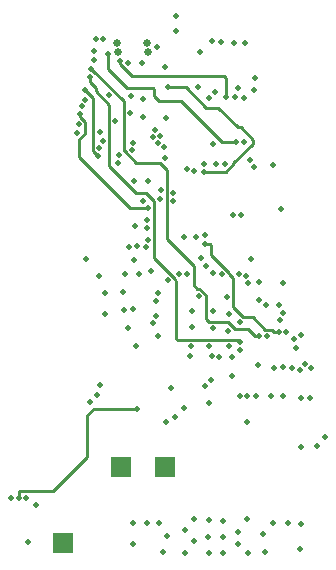
<source format=gbr>
G04 #@! TF.GenerationSoftware,KiCad,Pcbnew,(6.0.4)*
G04 #@! TF.CreationDate,2022-07-14T10:50:46-04:00*
G04 #@! TF.ProjectId,ratkit_design,7261746b-6974-45f6-9465-7369676e2e6b,RatKit2022_proA*
G04 #@! TF.SameCoordinates,PX41672a0PY65bcec0*
G04 #@! TF.FileFunction,Copper,L8,Inr*
G04 #@! TF.FilePolarity,Positive*
%FSLAX46Y46*%
G04 Gerber Fmt 4.6, Leading zero omitted, Abs format (unit mm)*
G04 Created by KiCad (PCBNEW (6.0.4)) date 2022-07-14 10:50:46*
%MOMM*%
%LPD*%
G01*
G04 APERTURE LIST*
G04 #@! TA.AperFunction,ComponentPad*
%ADD10R,1.700000X1.700000*%
G04 #@! TD*
G04 #@! TA.AperFunction,ViaPad*
%ADD11C,0.508000*%
G04 #@! TD*
G04 #@! TA.AperFunction,ViaPad*
%ADD12C,0.660400*%
G04 #@! TD*
G04 #@! TA.AperFunction,Conductor*
%ADD13C,0.254000*%
G04 #@! TD*
G04 APERTURE END LIST*
D10*
G04 #@! TO.N,GND*
G04 #@! TO.C,J102*
X12344400Y6502400D03*
G04 #@! TD*
G04 #@! TO.N,V_Pot*
G04 #@! TO.C,J103*
X20955000Y12954000D03*
G04 #@! TD*
G04 #@! TO.N,V_Blue*
G04 #@! TO.C,J101*
X17272000Y12954000D03*
G04 #@! TD*
D11*
G04 #@! TO.N,GND*
X27635200Y40436800D03*
X18288000Y8229600D03*
X21158200Y7086600D03*
X20574000Y35636200D03*
X27965400Y28473400D03*
X32791400Y21691600D03*
X18288000Y6375400D03*
X26720800Y34290000D03*
X16179800Y44424600D03*
X32410400Y21183600D03*
X24688800Y23139400D03*
X29591000Y24028400D03*
X20345400Y24028400D03*
X26797000Y48869600D03*
X18237200Y26314400D03*
X15367000Y29133800D03*
D12*
X16916400Y48818800D03*
D11*
X30124400Y8178800D03*
X26187400Y27355800D03*
X26877582Y44290818D03*
X30226000Y21336000D03*
X19075400Y42570400D03*
X25019000Y26162000D03*
D12*
X19481800Y48031400D03*
D11*
X23749000Y45135800D03*
X21869400Y49809400D03*
X27305000Y22809200D03*
X29438600Y5740400D03*
X15113000Y49149000D03*
D12*
X16941800Y48031400D03*
D11*
X19405600Y8229600D03*
X15494000Y19837400D03*
X19075400Y44069000D03*
X17932400Y31546800D03*
X29235400Y7239000D03*
X23190200Y23139400D03*
X21488900Y19583900D03*
X23113011Y22301200D03*
X17830800Y24662900D03*
X33248600Y18745200D03*
X20370800Y40360600D03*
X13944600Y43459400D03*
X24409400Y29946600D03*
X19100800Y35458400D03*
X27305000Y18973800D03*
X28498800Y38354000D03*
X32410400Y5969000D03*
X24688800Y18364200D03*
X26365200Y25908000D03*
X15875500Y27660600D03*
X20878800Y40030400D03*
X30937200Y25984200D03*
X23926800Y48031400D03*
X17018000Y38709600D03*
X22580600Y32433035D03*
X21082000Y42494200D03*
X28702000Y18923000D03*
D12*
X19456400Y48844200D03*
D11*
X27101800Y45059600D03*
X20624800Y36398200D03*
X18770600Y29238600D03*
X15392400Y39903400D03*
X24917400Y48996600D03*
X14300200Y30505400D03*
X32435800Y24104600D03*
X20802600Y5715000D03*
X31242000Y24358600D03*
X16738600Y42265600D03*
X14935200Y48183800D03*
X31750000Y21336000D03*
X17957800Y42900600D03*
X25019000Y24663400D03*
X18161000Y39751000D03*
X25171400Y44653200D03*
X22787057Y38154057D03*
X13487400Y41198800D03*
X20472400Y8204200D03*
X23241000Y26162000D03*
X19380200Y31521400D03*
X21869400Y51104800D03*
X9220200Y10287000D03*
X27813000Y29083000D03*
X9398000Y6604000D03*
X24231600Y38582600D03*
X28956000Y27071700D03*
X24384000Y19786600D03*
X24673541Y44135069D03*
X32486600Y18745200D03*
X20929600Y46786800D03*
X15875000Y25857200D03*
X24003000Y30657800D03*
X20574000Y40995600D03*
X18059400Y44323000D03*
X26604885Y20616182D03*
X32054800Y22987000D03*
X31387212Y8173427D03*
X20980400Y39090600D03*
X26593800Y22225000D03*
X19431000Y33172400D03*
X28829000Y21590000D03*
X19939000Y25095200D03*
X26263600Y24485600D03*
X18364200Y37109400D03*
X14579600Y18465800D03*
X20269200Y48488600D03*
X32461200Y8128000D03*
X7924800Y10287000D03*
X25273000Y38582600D03*
X26390600Y23139400D03*
X23241000Y24790400D03*
G04 #@! TO.N,/RatKit_Main/uRSTN*
X19939000Y40843200D03*
X8585200Y10287000D03*
X18618200Y17881600D03*
X18555145Y31668379D03*
G04 #@! TO.N,V_Blue*
X15417800Y41325800D03*
X27609800Y44195502D03*
X17805400Y47142400D03*
X25908000Y7035800D03*
X30810200Y34798000D03*
X25908000Y5613400D03*
X25730200Y48920400D03*
X19050000Y47117000D03*
X24612600Y7035800D03*
X25044400Y40259000D03*
X23444200Y38023800D03*
X21641383Y36163643D03*
X28524200Y44831000D03*
X19507200Y37160200D03*
X28549600Y45847000D03*
X10007600Y9677400D03*
X30073600Y38506400D03*
X24663400Y8407400D03*
X21666200Y35483800D03*
X24663400Y5613400D03*
X20116800Y41478200D03*
X25908000Y8382000D03*
X27736800Y48793400D03*
G04 #@! TO.N,pVbias_Cap*
X23799800Y27406600D03*
G04 #@! TO.N,V_Pot*
X20202443Y25730700D03*
X24815800Y20294600D03*
X17449800Y26212800D03*
X17576800Y29235400D03*
X22682200Y5664200D03*
X22656800Y7569200D03*
X23444200Y6680200D03*
X34493200Y15443200D03*
X27178000Y6451600D03*
X27203400Y29311600D03*
X27152600Y7467600D03*
X18364200Y30480000D03*
X17398500Y27762200D03*
X25552400Y22250400D03*
X24942800Y22301200D03*
X30988000Y28473400D03*
X27940000Y8509000D03*
X23444200Y8509000D03*
X28233195Y30523519D03*
X23571200Y32433035D03*
X27965400Y5638800D03*
X25019000Y29337000D03*
G04 #@! TO.N,Net-(D1-Pad2)*
X33289410Y21298434D03*
G04 #@! TO.N,/RatKit_Main/uSWDIO*
X16154400Y47929800D03*
X26974800Y40411400D03*
G04 #@! TO.N,/RatKit_Main/uSWDCLK*
X17170400Y47320200D03*
X26162000Y44297600D03*
G04 #@! TO.N,/RatKit_Main/PB0_ADC_VINM1*
X13797636Y42842152D03*
X19532600Y34899600D03*
G04 #@! TO.N,/RatKit_Main/PB1_ADC_VINP1*
X13649243Y41951357D03*
X27372105Y34261163D03*
G04 #@! TO.N,/RatKit_Main/uI2C1_SDA*
X15748000Y49149000D03*
X28168600Y38912800D03*
G04 #@! TO.N,/RatKit_Main/PB2_ADC_VINM0*
X19481800Y32156400D03*
G04 #@! TO.N,/RatKit_Main/uI2C1_SCL*
X26009600Y38557200D03*
X14909800Y47421800D03*
G04 #@! TO.N,/RatKit_Main/PB3_ADC_VINP0*
X19456400Y33858200D03*
G04 #@! TO.N,/RatKit_Main/uI2C1_SMBA*
X24244704Y37936795D03*
X21183600Y45085000D03*
G04 #@! TO.N,/RatKit_Main/PB4_pRSTN*
X18415000Y33375600D03*
X15697700Y40504315D03*
X29489400Y26670000D03*
X24384000Y32613600D03*
G04 #@! TO.N,/RatKit_Main/SPI1_NSS*
X31903415Y23724647D03*
X14198600Y44043600D03*
G04 #@! TO.N,/RatKit_Main/SPI1_MISO*
X30607000Y24358600D03*
X14206687Y44842372D03*
X15290800Y39268400D03*
X24358600Y31851600D03*
G04 #@! TO.N,/RatKit_Main/SPI1_SCK*
X14579600Y45974000D03*
X27305000Y23495000D03*
G04 #@! TO.N,/RatKit_Main/SPI1_MOSI*
X14706600Y46634400D03*
X28956000Y24056700D03*
G04 #@! TO.N,/RatKit_Main/INT_pIn_uACKOUT*
X30632400Y26670000D03*
X18233943Y40382743D03*
G04 #@! TO.N,/RatKit_Main/INT_pINTOUT_uIn*
X30683200Y25400000D03*
G04 #@! TO.N,/RatKit_Main/INT_pACKOUT_uIn*
X27279600Y25171400D03*
X17037321Y39353735D03*
G04 #@! TO.N,/RatKit_Main/pXTAL1*
X27940000Y18923000D03*
G04 #@! TO.N,/RatKit_Main/pXTAL0*
X30937200Y21361400D03*
G04 #@! TO.N,/RatKit_Main/E_AIN0*
X33807400Y14706600D03*
X20193000Y27000200D03*
G04 #@! TO.N,/RatKit_Main/E_AIN1*
X20345400Y27660600D03*
X32461200Y14655800D03*
G04 #@! TO.N,/RatKit_Main/E_AFE2*
X30988000Y18903502D03*
X22123400Y29286200D03*
G04 #@! TO.N,/RatKit_Main/E_AIN2*
X21818600Y17195800D03*
X21232965Y28722321D03*
G04 #@! TO.N,/RatKit_Main/E_AFE3*
X29921200Y18948400D03*
X28905200Y28575000D03*
G04 #@! TO.N,/RatKit_Main/E_AIN3*
X21056600Y16738600D03*
X19735800Y29489400D03*
G04 #@! TO.N,/RatKit_Main/E_AFE4*
X27863800Y16738600D03*
X25781000Y29260800D03*
G04 #@! TO.N,/RatKit_Main/E_AFE1*
X22606000Y17907000D03*
X22860000Y29286200D03*
G04 #@! TO.N,/RatKit_Main/DE0*
X18491200Y23164800D03*
X15189200Y19024600D03*
G04 #@! TD*
D13*
G04 #@! TO.N,/RatKit_Main/uRSTN*
X14351000Y17297400D02*
X14351000Y13766800D01*
X14935200Y17881600D02*
X14351000Y17297400D01*
X11480800Y10896600D02*
X8636000Y10896600D01*
X8585200Y10845800D02*
X8585200Y10287000D01*
X18618200Y17881600D02*
X14935200Y17881600D01*
X14351000Y13766800D02*
X11480800Y10896600D01*
X8636000Y10896600D02*
X8585200Y10845800D01*
G04 #@! TO.N,/RatKit_Main/uSWDIO*
X22301200Y43891200D02*
X20447000Y43891200D01*
X26974800Y40411400D02*
X25781000Y40411400D01*
X19964400Y45008800D02*
X17780000Y45008800D01*
X16154400Y46634400D02*
X16154400Y47929800D01*
X25781000Y40411400D02*
X22301200Y43891200D01*
X20447000Y43891200D02*
X20015200Y44323000D01*
X20015200Y44323000D02*
X20015200Y44958000D01*
X17780000Y45008800D02*
X16154400Y46634400D01*
X20015200Y44958000D02*
X19964400Y45008800D01*
G04 #@! TO.N,/RatKit_Main/uSWDCLK*
X18154470Y46075600D02*
X25933400Y46075600D01*
X25933400Y46075600D02*
X26162000Y45847000D01*
X26162000Y45847000D02*
X26162000Y44297600D01*
X17170400Y47059670D02*
X18154470Y46075600D01*
X17170400Y47320200D02*
X17170400Y47059670D01*
G04 #@! TO.N,/RatKit_Main/PB0_ADC_VINM1*
X14156754Y41150424D02*
X14156754Y42180446D01*
X13797636Y42539564D02*
X13797636Y42842152D01*
X13690600Y40684270D02*
X13690600Y39166800D01*
X19532600Y34899600D02*
X17957800Y34899600D01*
X14156754Y42180446D02*
X13797636Y42539564D01*
X17957800Y34899600D02*
X13690600Y39166800D01*
X13690600Y40684270D02*
X14156754Y41150424D01*
G04 #@! TO.N,/RatKit_Main/uI2C1_SMBA*
X28397200Y40309800D02*
X28397200Y40640000D01*
X26720800Y38633400D02*
X28397200Y40309800D01*
X25431930Y43357800D02*
X24434800Y43357800D01*
X26106925Y37936795D02*
X26720800Y38550670D01*
X27355800Y41681400D02*
X27108330Y41681400D01*
X27108330Y41681400D02*
X25431930Y43357800D01*
X22707600Y45085000D02*
X21183600Y45085000D01*
X28397200Y40640000D02*
X27355800Y41681400D01*
X24244704Y37936795D02*
X26106925Y37936795D01*
X24434800Y43357800D02*
X22707600Y45085000D01*
X26720800Y38550670D02*
X26720800Y38633400D01*
G04 #@! TO.N,/RatKit_Main/SPI1_MISO*
X14858511Y39700689D02*
X15290800Y39268400D01*
X30607000Y24358600D02*
X30226000Y24358600D01*
X30226000Y24358600D02*
X30022800Y24561800D01*
X28397200Y25628600D02*
X27533600Y25628600D01*
X26365200Y29235400D02*
X26365200Y29394330D01*
X26694911Y26467289D02*
X26694911Y28905689D01*
X24873130Y30886400D02*
X24873130Y31743470D01*
X14858511Y44190548D02*
X14858511Y39700689D01*
X27533600Y25628600D02*
X26694911Y26467289D01*
X26694911Y28905689D02*
X26365200Y29235400D01*
X14206687Y44842372D02*
X14858511Y44190548D01*
X29464000Y24561800D02*
X28397200Y25628600D01*
X24873130Y31743470D02*
X24765000Y31851600D01*
X26365200Y29394330D02*
X24873130Y30886400D01*
X30022800Y24561800D02*
X29464000Y24561800D01*
X24765000Y31851600D02*
X24358600Y31851600D01*
G04 #@! TO.N,/RatKit_Main/SPI1_SCK*
X15087600Y44729400D02*
X16204711Y43612289D01*
X15087600Y45034200D02*
X15087600Y44729400D01*
X14579600Y45542200D02*
X15087600Y45034200D01*
X16205200Y40665400D02*
X16205200Y38404800D01*
X21844000Y28727400D02*
X21894800Y28676600D01*
X21894800Y23799800D02*
X22047200Y23647400D01*
X20040111Y35484289D02*
X20040111Y30632905D01*
X14579600Y45974000D02*
X14579600Y45542200D01*
X21844000Y28829016D02*
X21844000Y28727400D01*
X16205200Y38404800D02*
X18491200Y36118800D01*
X16204711Y40665889D02*
X16205200Y40665400D01*
X21894800Y28676600D02*
X21894800Y23799800D01*
X19380200Y36144200D02*
X20040111Y35484289D01*
X20040111Y30632905D02*
X21844000Y28829016D01*
X22047200Y23647400D02*
X27152600Y23647400D01*
X18516600Y36144200D02*
X19380200Y36144200D01*
X18491200Y36118800D02*
X18516600Y36144200D01*
X27152600Y23647400D02*
X27305000Y23495000D01*
X16204711Y43612289D02*
X16204711Y40665889D01*
G04 #@! TO.N,/RatKit_Main/SPI1_MOSI*
X24434800Y27489330D02*
X23882530Y28041600D01*
X21132800Y38074600D02*
X20548600Y38658800D01*
X26289000Y25196800D02*
X24663400Y25196800D01*
X20548600Y38658800D02*
X18535470Y38658800D01*
X23418800Y28321000D02*
X23418800Y29921200D01*
X28956000Y24056700D02*
X28546700Y24056700D01*
X17544870Y39649400D02*
X17449800Y39649400D01*
X17449800Y39649400D02*
X17449800Y43891200D01*
X28546700Y24056700D02*
X27990800Y24612600D01*
X23698200Y28041600D02*
X23418800Y28321000D01*
X17449800Y43891200D02*
X14706600Y46634400D01*
X21132800Y32207200D02*
X21132800Y38074600D01*
X23418800Y29921200D02*
X21132800Y32207200D01*
X24434800Y25425400D02*
X24434800Y27489330D01*
X18535470Y38658800D02*
X17544870Y39649400D01*
X23882530Y28041600D02*
X23698200Y28041600D01*
X24663400Y25196800D02*
X24434800Y25425400D01*
X27990800Y24612600D02*
X26873200Y24612600D01*
X26873200Y24612600D02*
X26289000Y25196800D01*
G04 #@! TD*
M02*

</source>
